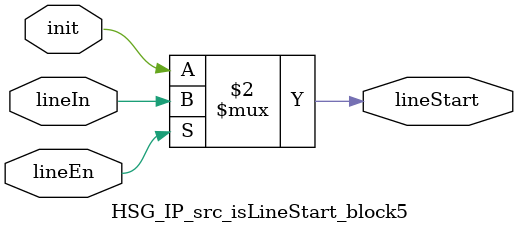
<source format=v>



`timescale 1 ns / 1 ns

module HSG_IP_src_isLineStart_block5
          (lineEn,
           lineIn,
           init,
           lineStart);


  input   lineEn;
  input   lineIn;
  input   init;
  output  lineStart;



  assign lineStart = (lineEn == 1'b0 ? init :
              lineIn);



endmodule  // HSG_IP_src_isLineStart_block5


</source>
